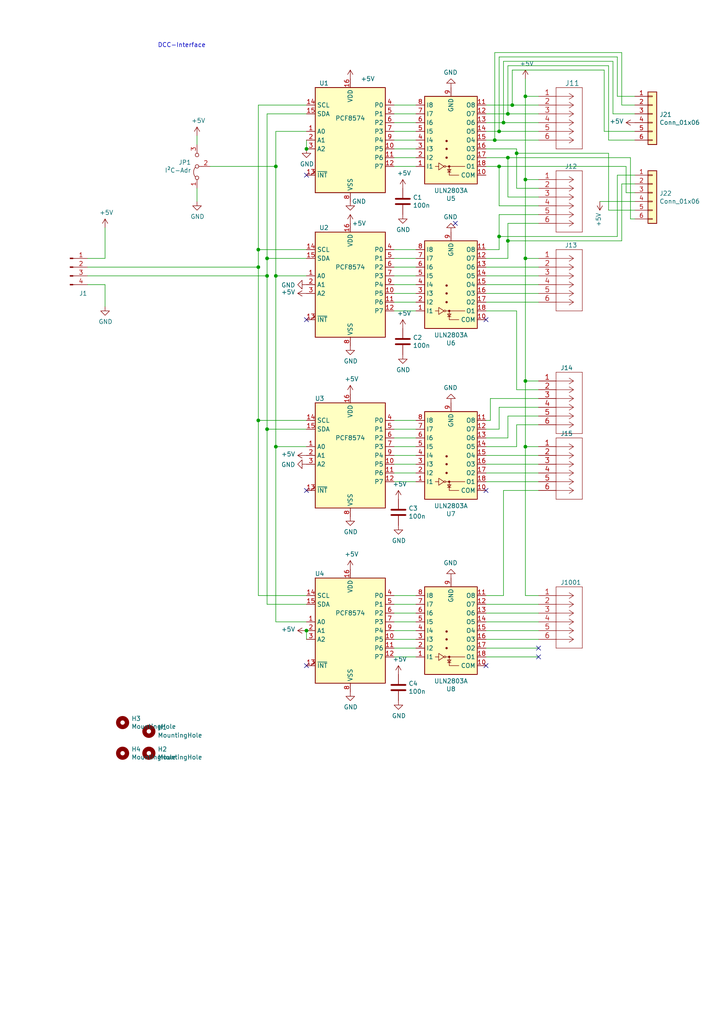
<source format=kicad_sch>
(kicad_sch (version 20211123) (generator eeschema)
  (paper "A4" portrait)
  (lib_symbols
    (symbol "Connector:Conn_01x04_Male" (pin_names (offset 1.016) hide)
      (property "Reference" "J" (at 0 5.08 0))
      (property "Value" "Conn_01x04_Male" (at 0 -7.62 0))
      (symbol "Conn_01x04_Male_1_1"
        (polyline (pts (xy 1.27 -5.08) (xy 0.8636 -5.08)) (stroke (width 0.1524)))
        (polyline (pts (xy 1.27 -2.54) (xy 0.8636 -2.54)) (stroke (width 0.1524)))
        (polyline (pts (xy 1.27 0) (xy 0.8636 0)) (stroke (width 0.1524)))
        (polyline (pts (xy 1.27 2.54) (xy 0.8636 2.54)) (stroke (width 0.1524)))
        (rectangle (start 0.8636 -4.953) (end 0 -5.207) (stroke (width 0.1524)) (fill (type outline)))
        (rectangle (start 0.8636 -2.413) (end 0 -2.667) (stroke (width 0.1524)) (fill (type outline)))
        (rectangle (start 0.8636 0.127) (end 0 -0.127) (stroke (width 0.1524)) (fill (type outline)))
        (rectangle (start 0.8636 2.667) (end 0 2.413) (stroke (width 0.1524)) (fill (type outline)))
        (pin passive line (at 5.08 2.54 180) (length 3.81) (name "Pin_1") (number "1"))
        (pin passive line (at 5.08 0 180) (length 3.81) (name "Pin_2") (number "2"))
        (pin passive line (at 5.08 -2.54 180) (length 3.81) (name "Pin_3") (number "3"))
        (pin passive line (at 5.08 -5.08 180) (length 3.81) (name "Pin_4") (number "4"))
      )
    )
    (symbol "Connector_Generic:Conn_01x06" (pin_names (offset 1.016) hide)
      (property "Reference" "J" (at 0 7.62 0))
      (property "Value" "Conn_01x06" (at 0 -10.16 0))
      (symbol "Conn_01x06_1_1"
        (rectangle (start -1.27 -7.493) (end 0 -7.747) (stroke (width 0.1524)))
        (rectangle (start -1.27 -4.953) (end 0 -5.207) (stroke (width 0.1524)))
        (rectangle (start -1.27 -2.413) (end 0 -2.667) (stroke (width 0.1524)))
        (rectangle (start -1.27 0.127) (end 0 -0.127) (stroke (width 0.1524)))
        (rectangle (start -1.27 2.667) (end 0 2.413) (stroke (width 0.1524)))
        (rectangle (start -1.27 5.207) (end 0 4.953) (stroke (width 0.1524)))
        (rectangle (start -1.27 6.35) (end 1.27 -8.89) (stroke (width 0.254)) (fill (type background)))
        (pin passive line (at -5.08 5.08 0) (length 3.81) (name "Pin_1") (number "1"))
        (pin passive line (at -5.08 2.54 0) (length 3.81) (name "Pin_2") (number "2"))
        (pin passive line (at -5.08 0 0) (length 3.81) (name "Pin_3") (number "3"))
        (pin passive line (at -5.08 -2.54 0) (length 3.81) (name "Pin_4") (number "4"))
        (pin passive line (at -5.08 -5.08 0) (length 3.81) (name "Pin_5") (number "5"))
        (pin passive line (at -5.08 -7.62 0) (length 3.81) (name "Pin_6") (number "6"))
      )
    )
    (symbol "Device:C" (pin_numbers hide) (pin_names (offset 0.254))
      (property "Reference" "C" (at 0.635 2.54 0))
      (property "Value" "C" (at 0.635 -2.54 0))
      (symbol "C_0_1"
        (polyline (pts (xy -2.032 -0.762) (xy 2.032 -0.762)) (stroke (width 0.508)))
        (polyline (pts (xy -2.032 0.762) (xy 2.032 0.762)) (stroke (width 0.508)))
      )
      (symbol "C_1_1"
        (pin passive line (at 0 3.81 270) (length 2.794) (name "~") (number "1"))
        (pin passive line (at 0 -3.81 90) (length 2.794) (name "~") (number "2"))
      )
    )
    (symbol "Interface_Expansion:PCF8574"
      (property "Reference" "U" (at -8.89 16.51 0))
      (property "Value" "PCF8574" (at 2.54 16.51 0))
      (symbol "PCF8574_0_1"
        (rectangle (start -10.16 15.24) (end 10.16 -15.24) (stroke (width 0.254)) (fill (type background)))
      )
      (symbol "PCF8574_1_1"
        (pin input line (at -12.7 2.54 0) (length 2.54) (name "A0") (number "1"))
        (pin bidirectional line (at 12.7 -2.54 180) (length 2.54) (name "P5") (number "10"))
        (pin bidirectional line (at 12.7 -5.08 180) (length 2.54) (name "P6") (number "11"))
        (pin bidirectional line (at 12.7 -7.62 180) (length 2.54) (name "P7") (number "12"))
        (pin open_collector output_low (at -12.7 -10.16 0) (length 2.54) (name "~{INT}") (number "13"))
        (pin input line (at -12.7 10.16 0) (length 2.54) (name "SCL") (number "14"))
        (pin bidirectional line (at -12.7 7.62 0) (length 2.54) (name "SDA") (number "15"))
        (pin power_in line (at 0 17.78 270) (length 2.54) (name "VDD") (number "16"))
        (pin input line (at -12.7 0 0) (length 2.54) (name "A1") (number "2"))
        (pin input line (at -12.7 -2.54 0) (length 2.54) (name "A2") (number "3"))
        (pin bidirectional line (at 12.7 10.16 180) (length 2.54) (name "P0") (number "4"))
        (pin bidirectional line (at 12.7 7.62 180) (length 2.54) (name "P1") (number "5"))
        (pin bidirectional line (at 12.7 5.08 180) (length 2.54) (name "P2") (number "6"))
        (pin bidirectional line (at 12.7 2.54 180) (length 2.54) (name "P3") (number "7"))
        (pin power_in line (at 0 -17.78 90) (length 2.54) (name "VSS") (number "8"))
        (pin bidirectional line (at 12.7 0 180) (length 2.54) (name "P4") (number "9"))
      )
    )
    (symbol "Jumper:Jumper_3_Bridged12" (pin_names (offset 0) hide)
      (property "Reference" "JP" (at -2.54 -2.54 0))
      (property "Value" "Jumper_3_Bridged12" (at 0 2.794 0))
      (symbol "Jumper_3_Bridged12_0_0"
        (circle (center -3.302 0) (radius 0.508))
        (circle (center 0 0) (radius 0.508))
        (circle (center 3.302 0) (radius 0.508))
      )
      (symbol "Jumper_3_Bridged12_0_1"
        (arc (start -0.254 0.508) (mid -1.651 0.9912) (end -3.048 0.508))
        (polyline (pts (xy 0 -1.27) (xy 0 -0.508)))
      )
      (symbol "Jumper_3_Bridged12_1_1"
        (pin passive line (at -6.35 0 0) (length 2.54) (name "A") (number "1"))
        (pin input line (at 0 -3.81 90) (length 2.54) (name "C") (number "2"))
        (pin passive line (at 6.35 0 180) (length 2.54) (name "B") (number "3"))
      )
    )
    (symbol "Mechanical:MountingHole" (pin_names (offset 1.016))
      (property "Reference" "H" (at 0 5.08 0))
      (property "Value" "MountingHole" (at 0 3.175 0))
      (symbol "MountingHole_0_1"
        (circle (center 0 0) (radius 1.27) (stroke (width 1.27)))
      )
    )
    (symbol "Transistor_Array:ULN2803A"
      (property "Reference" "U" (at 0 13.335 0))
      (property "Value" "ULN2803A" (at 0 11.43 0))
      (symbol "ULN2803A_0_1"
        (rectangle (start -7.62 -15.24) (end 7.62 10.16) (stroke (width 0.254)) (fill (type background)))
        (circle (center -1.778 5.08) (radius 0.254))
        (circle (center -1.27 -2.286) (radius 0.254) (fill (type outline)))
        (circle (center -1.27 0) (radius 0.254) (fill (type outline)))
        (circle (center -1.27 2.54) (radius 0.254) (fill (type outline)))
        (circle (center -0.508 5.08) (radius 0.254) (fill (type outline)))
        (polyline (pts (xy -4.572 5.08) (xy -3.556 5.08)))
        (polyline (pts (xy -1.524 5.08) (xy 4.064 5.08)))
        (polyline (pts (xy 0 6.731) (xy -1.016 6.731)))
        (polyline (pts (xy -0.508 5.08) (xy -0.508 7.62) (xy 2.286 7.62)))
        (polyline (pts (xy -3.556 6.096) (xy -3.556 4.064) (xy -2.032 5.08) (xy -3.556 6.096)))
        (polyline (pts (xy 0 5.969) (xy -1.016 5.969) (xy -0.508 6.731) (xy 0 5.969)))
      )
      (symbol "ULN2803A_1_1"
        (pin input line (at -10.16 5.08 0) (length 2.54) (name "I1") (number "1"))
        (pin passive line (at 10.16 7.62 180) (length 2.54) (name "COM") (number "10"))
        (pin open_collector line (at 10.16 -12.7 180) (length 2.54) (name "O8") (number "11"))
        (pin open_collector line (at 10.16 -10.16 180) (length 2.54) (name "O7") (number "12"))
        (pin open_collector line (at 10.16 -7.62 180) (length 2.54) (name "O6") (number "13"))
        (pin open_collector line (at 10.16 -5.08 180) (length 2.54) (name "O5") (number "14"))
        (pin open_collector line (at 10.16 -2.54 180) (length 2.54) (name "O4") (number "15"))
        (pin open_collector line (at 10.16 0 180) (length 2.54) (name "O3") (number "16"))
        (pin open_collector line (at 10.16 2.54 180) (length 2.54) (name "O2") (number "17"))
        (pin open_collector line (at 10.16 5.08 180) (length 2.54) (name "O1") (number "18"))
        (pin input line (at -10.16 2.54 0) (length 2.54) (name "I2") (number "2"))
        (pin input line (at -10.16 0 0) (length 2.54) (name "I3") (number "3"))
        (pin input line (at -10.16 -2.54 0) (length 2.54) (name "I4") (number "4"))
        (pin input line (at -10.16 -5.08 0) (length 2.54) (name "I5") (number "5"))
        (pin input line (at -10.16 -7.62 0) (length 2.54) (name "I6") (number "6"))
        (pin input line (at -10.16 -10.16 0) (length 2.54) (name "I7") (number "7"))
        (pin input line (at -10.16 -12.7 0) (length 2.54) (name "I8") (number "8"))
        (pin power_in line (at 0 -17.78 90) (length 2.54) (name "GND") (number "9"))
      )
    )
    (symbol "Wago:250-1406" (pin_names (offset 0.254) hide)
      (property "Reference" "J" (at 8.89 6.35 0))
      (property "Value" "Wago_250-1406" (at 10.16 -5.08 0))
      (symbol "250-1406_1_1"
        (polyline (pts (xy 5.08 -15.24) (xy 12.7 -15.24)) (stroke (width 0.127)))
        (polyline (pts (xy 5.08 2.54) (xy 5.08 -15.24)) (stroke (width 0.127)))
        (polyline (pts (xy 10.16 -12.7) (xy 5.08 -12.7)) (stroke (width 0.127)))
        (polyline (pts (xy 10.16 -12.7) (xy 8.89 -13.5382)) (stroke (width 0.127)))
        (polyline (pts (xy 10.16 -12.7) (xy 8.89 -11.8618)) (stroke (width 0.127)))
        (polyline (pts (xy 10.16 -10.16) (xy 5.08 -10.16)) (stroke (width 0.127)))
        (polyline (pts (xy 10.16 -10.16) (xy 8.89 -10.9982)) (stroke (width 0.127)))
        (polyline (pts (xy 10.16 -10.16) (xy 8.89 -9.3218)) (stroke (width 0.127)))
        (polyline (pts (xy 10.16 -7.62) (xy 5.08 -7.62)) (stroke (width 0.127)))
        (polyline (pts (xy 10.16 -7.62) (xy 8.89 -8.4582)) (stroke (width 0.127)))
        (polyline (pts (xy 10.16 -7.62) (xy 8.89 -6.7818)) (stroke (width 0.127)))
        (polyline (pts (xy 10.16 -5.08) (xy 5.08 -5.08)) (stroke (width 0.127)))
        (polyline (pts (xy 10.16 -5.08) (xy 8.89 -5.9182)) (stroke (width 0.127)))
        (polyline (pts (xy 10.16 -5.08) (xy 8.89 -4.2418)) (stroke (width 0.127)))
        (polyline (pts (xy 10.16 -2.54) (xy 5.08 -2.54)) (stroke (width 0.127)))
        (polyline (pts (xy 10.16 -2.54) (xy 8.89 -3.3782)) (stroke (width 0.127)))
        (polyline (pts (xy 10.16 -2.54) (xy 8.89 -1.7018)) (stroke (width 0.127)))
        (polyline (pts (xy 10.16 0) (xy 5.08 0)) (stroke (width 0.127)))
        (polyline (pts (xy 10.16 0) (xy 8.89 -0.8382)) (stroke (width 0.127)))
        (polyline (pts (xy 10.16 0) (xy 8.89 0.8382)) (stroke (width 0.127)))
        (polyline (pts (xy 12.7 -15.24) (xy 12.7 2.54)) (stroke (width 0.127)))
        (polyline (pts (xy 12.7 2.54) (xy 5.08 2.54)) (stroke (width 0.127)))
        (pin unspecified line (at 0 0 0) (length 5.08) (name "1") (number "1"))
        (pin unspecified line (at 0 -2.54 0) (length 5.08) (name "2") (number "2"))
        (pin unspecified line (at 0 -5.08 0) (length 5.08) (name "3") (number "3"))
        (pin unspecified line (at 0 -7.62 0) (length 5.08) (name "4") (number "4"))
        (pin unspecified line (at 0 -10.16 0) (length 5.08) (name "5") (number "5"))
        (pin unspecified line (at 0 -12.7 0) (length 5.08) (name "6") (number "6"))
      )
    )
    (symbol "power:+5V" (power) (pin_names (offset 0))
      (property "Value" "+5V" (at 0 3.556 0))
      (symbol "+5V_0_1"
        (polyline (pts (xy -0.762 1.27) (xy 0 2.54)))
        (polyline (pts (xy 0 0) (xy 0 2.54)))
        (polyline (pts (xy 0 2.54) (xy 0.762 1.27)))
      )
      (symbol "+5V_1_1"
        (pin power_in line (at 0 0 90) (length 0) hide (name "+5V") (number "1"))
      )
    )
    (symbol "power:GND" (power) (pin_names (offset 0))
      (property "Value" "GND" (at 0 -3.81 0))
      (symbol "GND_0_1"
        (polyline (pts (xy 0 0) (xy 0 -1.27) (xy 1.27 -1.27) (xy 0 -2.54) (xy -1.27 -1.27) (xy 0 -1.27)))
      )
      (symbol "GND_1_1"
        (pin power_in line (at 0 0 270) (length 0) hide (name "GND") (number "1"))
      )
    )
  )
  (junction (at 80.01 80.01))
  (junction (at 149.86 44.45))
  (junction (at 152.4 27.94))
  (junction (at 146.05 35.56))
  (junction (at 88.9 43.18))
  (junction (at 148.59 30.48))
  (junction (at 144.78 68.58))
  (junction (at 152.4 110.49))
  (junction (at 77.47 74.93))
  (junction (at 143.51 40.64))
  (junction (at 152.4 52.07))
  (junction (at 147.32 69.85))
  (junction (at 80.01 129.54))
  (junction (at 74.93 72.39))
  (junction (at 152.4 74.93))
  (junction (at 144.78 48.26))
  (junction (at 80.01 48.26))
  (junction (at 74.93 121.92))
  (junction (at 77.47 80.01))
  (junction (at 144.78 38.1))
  (junction (at 77.47 124.46))
  (junction (at 74.93 77.47))
  (junction (at 147.32 45.72))
  (junction (at 152.4 129.54))
  (junction (at 147.32 33.02))
  (junction (at 88.9 182.88))
  (no_connect (at 140.97 92.71))
  (no_connect (at 156.21 187.96))
  (no_connect (at 88.9 193.04))
  (no_connect (at 140.97 142.24))
  (no_connect (at 132.08 64.77))
  (no_connect (at 88.9 142.24))
  (no_connect (at 88.9 92.71))
  (no_connect (at 156.21 190.5))
  (no_connect (at 88.9 50.8))
  (no_connect (at 140.97 193.04))
  (wire (pts (xy 146.05 17.78) (xy 177.8 17.78)))
  (wire (pts (xy 146.05 35.56) (xy 146.05 17.78)))
  (wire (pts (xy 152.4 74.93) (xy 152.4 110.49)))
  (wire (pts (xy 140.97 187.96) (xy 156.21 187.96)))
  (wire (pts (xy 144.78 16.51) (xy 179.07 16.51)))
  (wire (pts (xy 176.53 44.45) (xy 149.86 44.45)))
  (wire (pts (xy 114.3 33.02) (xy 120.65 33.02)))
  (wire (pts (xy 120.65 134.62) (xy 114.3 134.62)))
  (wire (pts (xy 114.3 80.01) (xy 120.65 80.01)))
  (wire (pts (xy 140.97 177.8) (xy 156.21 177.8)))
  (wire (pts (xy 88.9 33.02) (xy 77.47 33.02)))
  (wire (pts (xy 146.05 142.24) (xy 156.21 142.24)))
  (wire (pts (xy 144.78 118.11) (xy 156.21 118.11)))
  (wire (pts (xy 143.51 15.24) (xy 180.34 15.24)))
  (wire (pts (xy 144.78 68.58) (xy 144.78 72.39)))
  (wire (pts (xy 144.78 59.69) (xy 156.21 59.69)))
  (wire (pts (xy 152.4 129.54) (xy 156.21 129.54)))
  (wire (pts (xy 152.4 27.94) (xy 152.4 52.07)))
  (wire (pts (xy 57.15 54.61) (xy 57.15 58.42)))
  (wire (pts (xy 88.9 185.42) (xy 88.9 182.88)))
  (wire (pts (xy 152.4 110.49) (xy 156.21 110.49)))
  (wire (pts (xy 30.48 74.93) (xy 30.48 66.04)))
  (wire (pts (xy 140.97 87.63) (xy 156.21 87.63)))
  (wire (pts (xy 80.01 80.01) (xy 80.01 129.54)))
  (wire (pts (xy 140.97 38.1) (xy 144.78 38.1)))
  (wire (pts (xy 180.34 69.85) (xy 180.34 53.34)))
  (wire (pts (xy 120.65 124.46) (xy 114.3 124.46)))
  (wire (pts (xy 149.86 54.61) (xy 156.21 54.61)))
  (wire (pts (xy 184.15 50.8) (xy 179.07 50.8)))
  (wire (pts (xy 149.86 129.54) (xy 149.86 123.19)))
  (wire (pts (xy 152.4 129.54) (xy 152.4 172.72)))
  (wire (pts (xy 149.86 113.03) (xy 156.21 113.03)))
  (wire (pts (xy 120.65 187.96) (xy 114.3 187.96)))
  (wire (pts (xy 140.97 134.62) (xy 156.21 134.62)))
  (wire (pts (xy 184.15 58.42) (xy 173.99 58.42)))
  (wire (pts (xy 179.07 16.51) (xy 179.07 27.94)))
  (wire (pts (xy 146.05 172.72) (xy 146.05 142.24)))
  (wire (pts (xy 144.78 38.1) (xy 144.78 16.51)))
  (wire (pts (xy 140.97 132.08) (xy 156.21 132.08)))
  (wire (pts (xy 182.88 45.72) (xy 147.32 45.72)))
  (wire (pts (xy 77.47 74.93) (xy 77.47 80.01)))
  (wire (pts (xy 147.32 64.77) (xy 147.32 69.85)))
  (wire (pts (xy 114.3 77.47) (xy 120.65 77.47)))
  (wire (pts (xy 120.65 137.16) (xy 114.3 137.16)))
  (wire (pts (xy 80.01 180.34) (xy 88.9 180.34)))
  (wire (pts (xy 147.32 33.02) (xy 147.32 19.05)))
  (wire (pts (xy 179.07 50.8) (xy 179.07 68.58)))
  (wire (pts (xy 148.59 20.32) (xy 175.26 20.32)))
  (wire (pts (xy 88.9 80.01) (xy 80.01 80.01)))
  (wire (pts (xy 175.26 20.32) (xy 175.26 38.1)))
  (wire (pts (xy 114.3 48.26) (xy 120.65 48.26)))
  (wire (pts (xy 60.96 48.26) (xy 80.01 48.26)))
  (wire (pts (xy 149.86 43.18) (xy 149.86 44.45)))
  (wire (pts (xy 120.65 129.54) (xy 114.3 129.54)))
  (wire (pts (xy 25.4 82.55) (xy 30.48 82.55)))
  (wire (pts (xy 140.97 82.55) (xy 156.21 82.55)))
  (wire (pts (xy 88.9 38.1) (xy 80.01 38.1)))
  (wire (pts (xy 140.97 129.54) (xy 149.86 129.54)))
  (wire (pts (xy 156.21 62.23) (xy 144.78 62.23)))
  (wire (pts (xy 140.97 85.09) (xy 156.21 85.09)))
  (wire (pts (xy 74.93 30.48) (xy 74.93 72.39)))
  (wire (pts (xy 176.53 19.05) (xy 176.53 40.64)))
  (wire (pts (xy 77.47 175.26) (xy 88.9 175.26)))
  (wire (pts (xy 147.32 19.05) (xy 176.53 19.05)))
  (wire (pts (xy 114.3 87.63) (xy 120.65 87.63)))
  (wire (pts (xy 88.9 40.64) (xy 88.9 43.18)))
  (wire (pts (xy 142.24 121.92) (xy 142.24 115.57)))
  (wire (pts (xy 120.65 121.92) (xy 114.3 121.92)))
  (wire (pts (xy 114.3 85.09) (xy 120.65 85.09)))
  (wire (pts (xy 147.32 127) (xy 147.32 120.65)))
  (wire (pts (xy 80.01 129.54) (xy 88.9 129.54)))
  (wire (pts (xy 147.32 45.72) (xy 147.32 57.15)))
  (wire (pts (xy 152.4 52.07) (xy 152.4 74.93)))
  (wire (pts (xy 114.3 43.18) (xy 120.65 43.18)))
  (wire (pts (xy 156.21 64.77) (xy 147.32 64.77)))
  (wire (pts (xy 114.3 45.72) (xy 120.65 45.72)))
  (wire (pts (xy 156.21 27.94) (xy 152.4 27.94)))
  (wire (pts (xy 114.3 35.56) (xy 120.65 35.56)))
  (wire (pts (xy 182.88 45.72) (xy 182.88 63.5)))
  (wire (pts (xy 143.51 40.64) (xy 143.51 15.24)))
  (wire (pts (xy 74.93 121.92) (xy 74.93 172.72)))
  (wire (pts (xy 88.9 121.92) (xy 74.93 121.92)))
  (wire (pts (xy 181.61 48.26) (xy 144.78 48.26)))
  (wire (pts (xy 114.3 127) (xy 120.65 127)))
  (wire (pts (xy 140.97 77.47) (xy 156.21 77.47)))
  (wire (pts (xy 114.3 132.08) (xy 120.65 132.08)))
  (wire (pts (xy 142.24 115.57) (xy 156.21 115.57)))
  (wire (pts (xy 144.78 124.46) (xy 144.78 118.11)))
  (wire (pts (xy 140.97 139.7) (xy 156.21 139.7)))
  (wire (pts (xy 176.53 44.45) (xy 176.53 60.96)))
  (wire (pts (xy 114.3 74.93) (xy 120.65 74.93)))
  (wire (pts (xy 88.9 72.39) (xy 74.93 72.39)))
  (wire (pts (xy 140.97 80.01) (xy 156.21 80.01)))
  (wire (pts (xy 152.4 172.72) (xy 156.21 172.72)))
  (wire (pts (xy 120.65 185.42) (xy 114.3 185.42)))
  (wire (pts (xy 30.48 82.55) (xy 30.48 88.9)))
  (wire (pts (xy 80.01 48.26) (xy 80.01 80.01)))
  (wire (pts (xy 176.53 60.96) (xy 184.15 60.96)))
  (wire (pts (xy 140.97 43.18) (xy 149.86 43.18)))
  (wire (pts (xy 143.51 40.64) (xy 156.21 40.64)))
  (wire (pts (xy 140.97 45.72) (xy 147.32 45.72)))
  (wire (pts (xy 180.34 15.24) (xy 180.34 30.48)))
  (wire (pts (xy 148.59 30.48) (xy 148.59 20.32)))
  (wire (pts (xy 120.65 190.5) (xy 114.3 190.5)))
  (wire (pts (xy 175.26 38.1) (xy 184.15 38.1)))
  (wire (pts (xy 184.15 55.88) (xy 181.61 55.88)))
  (wire (pts (xy 152.4 52.07) (xy 156.21 52.07)))
  (wire (pts (xy 147.32 69.85) (xy 147.32 74.93)))
  (wire (pts (xy 177.8 17.78) (xy 177.8 33.02)))
  (wire (pts (xy 140.97 121.92) (xy 142.24 121.92)))
  (wire (pts (xy 114.3 82.55) (xy 120.65 82.55)))
  (wire (pts (xy 144.78 68.58) (xy 179.07 68.58)))
  (wire (pts (xy 114.3 38.1) (xy 120.65 38.1)))
  (wire (pts (xy 140.97 30.48) (xy 148.59 30.48)))
  (wire (pts (xy 180.34 30.48) (xy 184.15 30.48)))
  (wire (pts (xy 177.8 33.02) (xy 184.15 33.02)))
  (wire (pts (xy 88.9 172.72) (xy 74.93 172.72)))
  (wire (pts (xy 25.4 74.93) (xy 30.48 74.93)))
  (wire (pts (xy 140.97 124.46) (xy 144.78 124.46)))
  (wire (pts (xy 147.32 33.02) (xy 156.21 33.02)))
  (wire (pts (xy 120.65 72.39) (xy 114.3 72.39)))
  (wire (pts (xy 140.97 35.56) (xy 146.05 35.56)))
  (wire (pts (xy 144.78 48.26) (xy 144.78 59.69)))
  (wire (pts (xy 148.59 30.48) (xy 156.21 30.48)))
  (wire (pts (xy 120.65 172.72) (xy 114.3 172.72)))
  (wire (pts (xy 140.97 90.17) (xy 149.86 90.17)))
  (wire (pts (xy 182.88 63.5) (xy 184.15 63.5)))
  (wire (pts (xy 77.47 124.46) (xy 77.47 175.26)))
  (wire (pts (xy 146.05 35.56) (xy 156.21 35.56)))
  (wire (pts (xy 77.47 74.93) (xy 88.9 74.93)))
  (wire (pts (xy 140.97 185.42) (xy 156.21 185.42)))
  (wire (pts (xy 140.97 172.72) (xy 146.05 172.72)))
  (wire (pts (xy 140.97 175.26) (xy 156.21 175.26)))
  (wire (pts (xy 144.78 38.1) (xy 156.21 38.1)))
  (wire (pts (xy 144.78 72.39) (xy 140.97 72.39)))
  (wire (pts (xy 77.47 80.01) (xy 77.47 124.46)))
  (wire (pts (xy 140.97 190.5) (xy 156.21 190.5)))
  (wire (pts (xy 149.86 123.19) (xy 156.21 123.19)))
  (wire (pts (xy 57.15 41.91) (xy 57.15 39.37)))
  (wire (pts (xy 120.65 180.34) (xy 114.3 180.34)))
  (wire (pts (xy 114.3 182.88) (xy 120.65 182.88)))
  (wire (pts (xy 144.78 62.23) (xy 144.78 68.58)))
  (wire (pts (xy 147.32 120.65) (xy 156.21 120.65)))
  (wire (pts (xy 140.97 127) (xy 147.32 127)))
  (wire (pts (xy 179.07 27.94) (xy 184.15 27.94)))
  (wire (pts (xy 152.4 22.86) (xy 152.4 27.94)))
  (wire (pts (xy 74.93 77.47) (xy 74.93 121.92)))
  (wire (pts (xy 114.3 90.17) (xy 120.65 90.17)))
  (wire (pts (xy 147.32 57.15) (xy 156.21 57.15)))
  (wire (pts (xy 120.65 139.7) (xy 114.3 139.7)))
  (wire (pts (xy 149.86 90.17) (xy 149.86 113.03)))
  (wire (pts (xy 25.4 77.47) (xy 74.93 77.47)))
  (wire (pts (xy 74.93 72.39) (xy 74.93 77.47)))
  (wire (pts (xy 80.01 129.54) (xy 80.01 180.34)))
  (wire (pts (xy 80.01 38.1) (xy 80.01 48.26)))
  (wire (pts (xy 149.86 44.45) (xy 149.86 54.61)))
  (wire (pts (xy 144.78 48.26) (xy 140.97 48.26)))
  (wire (pts (xy 176.53 40.64) (xy 184.15 40.64)))
  (wire (pts (xy 180.34 53.34) (xy 184.15 53.34)))
  (wire (pts (xy 140.97 180.34) (xy 156.21 180.34)))
  (wire (pts (xy 147.32 74.93) (xy 140.97 74.93)))
  (wire (pts (xy 152.4 74.93) (xy 156.21 74.93)))
  (wire (pts (xy 74.93 30.48) (xy 88.9 30.48)))
  (wire (pts (xy 181.61 55.88) (xy 181.61 48.26)))
  (wire (pts (xy 140.97 33.02) (xy 147.32 33.02)))
  (wire (pts (xy 77.47 124.46) (xy 88.9 124.46)))
  (wire (pts (xy 114.3 40.64) (xy 120.65 40.64)))
  (wire (pts (xy 25.4 80.01) (xy 77.47 80.01)))
  (wire (pts (xy 152.4 110.49) (xy 152.4 129.54)))
  (wire (pts (xy 120.65 175.26) (xy 114.3 175.26)))
  (wire (pts (xy 114.3 177.8) (xy 120.65 177.8)))
  (wire (pts (xy 140.97 137.16) (xy 156.21 137.16)))
  (wire (pts (xy 114.3 30.48) (xy 120.65 30.48)))
  (wire (pts (xy 140.97 182.88) (xy 156.21 182.88)))
  (wire (pts (xy 147.32 69.85) (xy 180.34 69.85)))
  (wire (pts (xy 140.97 40.64) (xy 143.51 40.64)))
  (wire (pts (xy 77.47 33.02) (xy 77.47 74.93)))
  (text "DCC-Interface" (at 45.72 13.97 0) (effects (font (size 1.27 1.27)) (justify left bottom)))
  (symbol (lib_id "Interface_Expansion:PCF8574") (at 101.6 40.64 0) (unit 1)
    (property "Reference" "U1" (at 93.98 24.13 0))
    (property "Value" "PCF8574" (at 101.6 34.29 0))
    (property "Footprint" "Package_DIP:DIP-16_W7.62mm" (effects hide))
    (property "Datasheet" "http://www.nxp.com/documents/data_sheet/PCF8574_PCF8574A.pdf" (effects hide))
  )
  (symbol (lib_id "Interface_Expansion:PCF8574") (at 101.6 82.55 0) (unit 1)
    (property "Reference" "U2" (at 93.98 66.04 0))
    (property "Value" "PCF8574" (at 101.6 77.47 0))
    (property "Footprint" "Package_DIP:DIP-16_W7.62mm" (effects hide))
    (property "Datasheet" "http://www.nxp.com/documents/data_sheet/PCF8574_PCF8574A.pdf" (effects hide))
  )
  (symbol (lib_id "Transistor_Array:ULN2803A") (at 130.81 43.18 0) (mirror x) (unit 1)
    (property "Reference" "U5" (at 130.81 57.5818 0))
    (property "Value" "ULN2803A" (at 130.81 55.2704 0))
    (property "Footprint" "Package_DIP:DIP-18_W7.62mm" (effects hide))
    (property "Datasheet" "http://www.ti.com/lit/ds/symlink/uln2803a.pdf" (effects hide))
  )
  (symbol (lib_id "Transistor_Array:ULN2803A") (at 130.81 85.09 0) (mirror x) (unit 1)
    (property "Reference" "U6" (at 130.81 99.4918 0))
    (property "Value" "ULN2803A" (at 130.81 97.1804 0))
    (property "Footprint" "Package_DIP:DIP-18_W7.62mm" (effects hide))
    (property "Datasheet" "http://www.ti.com/lit/ds/symlink/uln2803a.pdf" (effects hide))
  )
  (symbol (lib_id "power:GND") (at 101.6 58.42 0) (unit 1)
    (property "Reference" "#PWR01029" (effects hide))
    (property "Value" "GND" (at 104.14 58.42 0))
  )
  (symbol (lib_id "power:GND") (at 101.6 100.33 0) (unit 1)
    (property "Reference" "#PWR01031" (effects hide))
    (property "Value" "GND" (at 101.727 104.7242 0))
  )
  (symbol (lib_id "power:+5V") (at 101.6 22.86 0) (unit 1)
    (property "Reference" "#PWR01028" (effects hide))
    (property "Value" "+5V" (at 106.68 22.86 0))
  )
  (symbol (lib_id "power:+5V") (at 101.6 64.77 0) (unit 1)
    (property "Reference" "#PWR01030" (effects hide))
    (property "Value" "+5V" (at 104.14 64.77 0))
  )
  (symbol (lib_id "power:GND") (at 130.81 25.4 180) (unit 1)
    (property "Reference" "#PWR01042" (effects hide))
    (property "Value" "GND" (at 130.683 21.0058 0))
  )
  (symbol (lib_id "power:GND") (at 130.81 67.31 180) (unit 1)
    (property "Reference" "#PWR01040" (effects hide))
    (property "Value" "GND" (at 130.683 62.9158 0))
  )
  (symbol (lib_id "power:GND") (at 88.9 43.18 0) (unit 1)
    (property "Reference" "#PWR01022" (effects hide))
    (property "Value" "GND" (at 89.027 47.5742 0))
  )
  (symbol (lib_id "Transistor_Array:ULN2803A") (at 130.81 134.62 0) (mirror x) (unit 1)
    (property "Reference" "U7" (at 130.81 149.0218 0))
    (property "Value" "ULN2803A" (at 130.81 146.7104 0))
    (property "Footprint" "Package_DIP:DIP-18_W7.62mm" (effects hide))
    (property "Datasheet" "http://www.ti.com/lit/ds/symlink/uln2803a.pdf" (effects hide))
  )
  (symbol (lib_id "Interface_Expansion:PCF8574") (at 101.6 132.08 0) (unit 1)
    (property "Reference" "U3" (at 92.71 115.57 0))
    (property "Value" "PCF8574" (at 101.6 127 0))
    (property "Footprint" "Package_DIP:DIP-16_W7.62mm" (effects hide))
    (property "Datasheet" "http://www.nxp.com/documents/data_sheet/PCF8574_PCF8574A.pdf" (effects hide))
  )
  (symbol (lib_id "power:GND") (at 101.6 149.86 0) (unit 1)
    (property "Reference" "#PWR01033" (effects hide))
    (property "Value" "GND" (at 101.727 154.2542 0))
  )
  (symbol (lib_id "power:+5V") (at 101.6 114.3 0) (unit 1)
    (property "Reference" "#PWR01032" (effects hide))
    (property "Value" "+5V" (at 101.981 109.9058 0))
  )
  (symbol (lib_id "power:GND") (at 130.81 116.84 180) (unit 1)
    (property "Reference" "#PWR01041" (effects hide))
    (property "Value" "GND" (at 130.683 112.4458 0))
  )
  (symbol (lib_id "power:GND") (at 88.9 82.55 270) (unit 1)
    (property "Reference" "#PWR01023" (effects hide))
    (property "Value" "GND" (at 85.6488 82.677 90) (effects (justify right)))
  )
  (symbol (lib_id "power:+5V") (at 88.9 85.09 90) (unit 1)
    (property "Reference" "#PWR01024" (effects hide))
    (property "Value" "+5V" (at 85.6488 84.709 90) (effects (justify left)))
  )
  (symbol (lib_id "power:GND") (at 88.9 134.62 270) (unit 1)
    (property "Reference" "#PWR01027" (effects hide))
    (property "Value" "GND" (at 85.6488 134.747 90) (effects (justify right)))
  )
  (symbol (lib_id "power:+5V") (at 88.9 132.08 90) (unit 1)
    (property "Reference" "#PWR01026" (effects hide))
    (property "Value" "+5V" (at 85.6488 131.699 90) (effects (justify left)))
  )
  (symbol (lib_id "Device:C") (at 116.84 58.42 0) (unit 1)
    (property "Reference" "C1" (at 119.761 57.2516 0) (effects (justify left)))
    (property "Value" "100n" (at 119.761 59.563 0) (effects (justify left)))
    (property "Footprint" "Capacitors_THT:C_Disc_D7.0mm_W2.5mm_P5.00mm" (effects hide))
  )
  (symbol (lib_id "power:+5V") (at 116.84 54.61 0) (unit 1)
    (property "Reference" "#PWR01036" (effects hide))
    (property "Value" "+5V" (at 117.221 50.2158 0))
  )
  (symbol (lib_id "power:GND") (at 116.84 62.23 0) (unit 1)
    (property "Reference" "#PWR01037" (effects hide))
    (property "Value" "GND" (at 116.967 66.6242 0))
  )
  (symbol (lib_id "Device:C") (at 116.84 99.06 0) (unit 1)
    (property "Reference" "C2" (at 119.761 97.8916 0) (effects (justify left)))
    (property "Value" "100n" (at 119.761 100.203 0) (effects (justify left)))
    (property "Footprint" "Capacitors_THT:C_Disc_D7.0mm_W2.5mm_P5.00mm" (effects hide))
  )
  (symbol (lib_id "power:+5V") (at 116.84 95.25 0) (unit 1)
    (property "Reference" "#PWR01038" (effects hide))
    (property "Value" "+5V" (at 117.221 90.8558 0))
  )
  (symbol (lib_id "power:GND") (at 116.84 102.87 0) (unit 1)
    (property "Reference" "#PWR01039" (effects hide))
    (property "Value" "GND" (at 116.967 107.2642 0))
  )
  (symbol (lib_id "Device:C") (at 115.57 148.59 0) (unit 1)
    (property "Reference" "C3" (at 118.491 147.4216 0) (effects (justify left)))
    (property "Value" "100n" (at 118.491 149.733 0) (effects (justify left)))
    (property "Footprint" "Capacitors_THT:C_Disc_D7.0mm_W2.5mm_P5.00mm" (effects hide))
  )
  (symbol (lib_id "power:+5V") (at 115.57 144.78 0) (unit 1)
    (property "Reference" "#PWR01034" (effects hide))
    (property "Value" "+5V" (at 115.951 140.3858 0))
  )
  (symbol (lib_id "power:GND") (at 115.57 152.4 0) (unit 1)
    (property "Reference" "#PWR01035" (effects hide))
    (property "Value" "GND" (at 115.697 156.7942 0))
  )
  (symbol (lib_id "Wago:250-1406") (at 156.21 52.07 0) (unit 1)
    (property "Reference" "J12" (at 163.83 48.26 0) (effects (justify left)))
    (property "Value" "Wago 250-1406" (effects hide))
    (property "Footprint" "Wago:CONN_250-1406_WAG" (effects hide))
  )
  (symbol (lib_id "power:+5V") (at 152.4 22.86 0) (unit 1)
    (property "Reference" "#PWR01043" (effects hide))
    (property "Value" "+5V" (at 152.781 18.4658 0))
  )
  (symbol (lib_id "Wago:250-1406") (at 156.21 74.93 0) (unit 1)
    (property "Reference" "J13" (at 163.83 71.12 0) (effects (justify left)))
    (property "Value" "Wago 250-1406" (effects hide))
    (property "Footprint" "Wago:CONN_250-1406_WAG" (effects hide))
  )
  (symbol (lib_id "Wago:250-1406") (at 156.21 110.49 0) (unit 1)
    (property "Reference" "J14" (at 162.56 106.68 0) (effects (justify left)))
    (property "Value" "Wago 250-1406" (effects hide))
    (property "Footprint" "Wago:CONN_250-1406_WAG" (effects hide))
  )
  (symbol (lib_id "Wago:250-1406") (at 156.21 27.94 0) (unit 1)
    (property "Reference" "J11" (at 163.83 24.13 0) (effects (font (size 1.524 1.524)) (justify left)))
    (property "Value" "250-1406" (effects hide))
    (property "Footprint" "Wago:CONN_250-1406_WAG" (effects hide))
  )
  (symbol (lib_id "Connector:Conn_01x04_Male") (at 20.32 77.47 0) (unit 1)
    (property "Reference" "J1" (at 24.13 85.09 0))
    (property "Value" "Conn_01x04_Male" (effects hide))
    (property "Footprint" "Pin_Headers:Pin_Header_Straight_1x04_Pitch2.54mm" (effects hide))
  )
  (symbol (lib_id "power:GND") (at 30.48 88.9 0) (unit 1)
    (property "Reference" "#PWR0101" (effects hide))
    (property "Value" "GND" (at 30.607 93.2942 0))
  )
  (symbol (lib_id "power:+5V") (at 30.48 66.04 0) (unit 1)
    (property "Reference" "#PWR0102" (effects hide))
    (property "Value" "+5V" (at 30.861 61.6458 0))
  )
  (symbol (lib_id "Jumper:Jumper_3_Bridged12") (at 57.15 48.26 90) (unit 1)
    (property "Reference" "JP1" (at 55.4482 47.0916 90) (effects (justify left)))
    (property "Value" "I²C-Adr" (at 55.4482 49.403 90) (effects (justify left)))
    (property "Footprint" "Pin_Headers:Pin_Header_Straight_1x03_Pitch2.54mm" (effects hide))
  )
  (symbol (lib_id "power:+5V") (at 57.15 39.37 0) (unit 1)
    (property "Reference" "#PWR0103" (effects hide))
    (property "Value" "+5V" (at 57.531 34.9758 0))
  )
  (symbol (lib_id "power:GND") (at 57.15 58.42 0) (unit 1)
    (property "Reference" "#PWR0104" (effects hide))
    (property "Value" "GND" (at 57.277 62.8142 0))
  )
  (symbol (lib_id "Transistor_Array:ULN2803A") (at 130.81 185.42 0) (mirror x) (unit 1)
    (property "Reference" "U8" (at 130.81 199.8218 0))
    (property "Value" "ULN2803A" (at 130.81 197.5104 0))
    (property "Footprint" "Package_DIP:DIP-18_W7.62mm" (effects hide))
    (property "Datasheet" "http://www.ti.com/lit/ds/symlink/uln2803a.pdf" (effects hide))
  )
  (symbol (lib_id "power:GND") (at 101.6 200.66 0) (unit 1)
    (property "Reference" "#PWR0105" (effects hide))
    (property "Value" "GND" (at 101.727 205.0542 0))
  )
  (symbol (lib_id "power:+5V") (at 101.6 165.1 0) (unit 1)
    (property "Reference" "#PWR0106" (effects hide))
    (property "Value" "+5V" (at 101.981 160.7058 0))
  )
  (symbol (lib_id "power:GND") (at 130.81 167.64 180) (unit 1)
    (property "Reference" "#PWR0107" (effects hide))
    (property "Value" "GND" (at 130.683 163.2458 0))
  )
  (symbol (lib_id "Interface_Expansion:PCF8574") (at 101.6 182.88 0) (unit 1)
    (property "Reference" "U4" (at 92.71 166.37 0))
    (property "Value" "PCF8574" (at 101.6 177.8 0))
    (property "Footprint" "Package_DIP:DIP-16_W7.62mm" (effects hide))
    (property "Datasheet" "http://www.nxp.com/documents/data_sheet/PCF8574_PCF8574A.pdf" (effects hide))
  )
  (symbol (lib_id "Device:C") (at 115.57 199.39 0) (unit 1)
    (property "Reference" "C4" (at 118.491 198.2216 0) (effects (justify left)))
    (property "Value" "100n" (at 118.491 200.533 0) (effects (justify left)))
    (property "Footprint" "Capacitors_THT:C_Disc_D7.0mm_W2.5mm_P5.00mm" (effects hide))
  )
  (symbol (lib_id "power:+5V") (at 115.57 195.58 0) (unit 1)
    (property "Reference" "#PWR0108" (effects hide))
    (property "Value" "+5V" (at 115.951 191.1858 0))
  )
  (symbol (lib_id "power:GND") (at 115.57 203.2 0) (unit 1)
    (property "Reference" "#PWR0109" (effects hide))
    (property "Value" "GND" (at 115.697 207.5942 0))
  )
  (symbol (lib_id "power:+5V") (at 88.9 182.88 90) (unit 1)
    (property "Reference" "#PWR0110" (effects hide))
    (property "Value" "+5V" (at 85.6488 182.499 90) (effects (justify left)))
  )
  (symbol (lib_id "Wago:250-1406") (at 156.21 172.72 0) (unit 1)
    (property "Reference" "J1001" (at 162.56 168.91 0) (effects (justify left)))
    (property "Value" "Wago 250-1406" (effects hide))
    (property "Footprint" "Wago:CONN_250-1406_WAG" (effects hide))
  )
  (symbol (lib_id "power:+5V") (at 184.15 35.56 90) (unit 1)
    (property "Reference" "#PWR?" (effects hide))
    (property "Value" "+5V" (at 180.8988 35.179 90) (effects (justify left)))
  )
  (symbol (lib_id "Connector_Generic:Conn_01x06") (at 189.23 55.88 0) (unit 1)
    (property "Reference" "J22" (at 191.262 56.0832 0) (effects (justify left)))
    (property "Value" "Conn_01x06" (at 191.262 58.3946 0) (effects (justify left)))
    (property "Footprint" "Connectors_IDC:IDC-Header_2x03_P2.54mm_Vertical" (effects hide))
  )
  (symbol (lib_id "power:+5V") (at 173.99 58.42 180) (unit 1)
    (property "Reference" "#PWR?" (effects hide))
    (property "Value" "+5V" (at 173.609 61.6712 90) (effects (justify left)))
  )
  (symbol (lib_id "Connector_Generic:Conn_01x06") (at 189.23 33.02 0) (unit 1)
    (property "Reference" "J21" (at 191.262 33.2232 0) (effects (justify left)))
    (property "Value" "Conn_01x06" (at 191.262 35.5346 0) (effects (justify left)))
    (property "Footprint" "Connectors_IDC:IDC-Header_2x03_P2.54mm_Vertical" (effects hide))
  )
  (symbol (lib_id "Wago:250-1406") (at 156.21 129.54 0) (unit 1)
    (property "Reference" "J15" (at 162.56 125.73 0) (effects (justify left)))
    (property "Value" "Wago 250-1406" (effects hide))
    (property "Footprint" "Wago:CONN_250-1406_WAG" (effects hide))
  )
  (symbol (lib_id "Mechanical:MountingHole") (at 43.18 212.09 0) (unit 1)
    (property "Reference" "H1" (at 45.72 210.9216 0) (effects (justify left)))
    (property "Value" "MountingHole" (at 45.72 213.233 0) (effects (justify left)))
    (property "Footprint" "Mounting_Holes:MountingHole_3.2mm_M3" (effects hide))
  )
  (symbol (lib_id "Mechanical:MountingHole") (at 43.18 218.44 0) (unit 1)
    (property "Reference" "H2" (at 45.72 217.2716 0) (effects (justify left)))
    (property "Value" "MountingHole" (at 45.72 219.583 0) (effects (justify left)))
    (property "Footprint" "Mounting_Holes:MountingHole_3.2mm_M3" (effects hide))
  )
  (symbol (lib_id "Mechanical:MountingHole") (at 35.56 218.44 0) (unit 1)
    (property "Reference" "H4" (at 38.1 217.2716 0) (effects (justify left)))
    (property "Value" "MountingHole" (at 38.1 219.583 0) (effects (justify left)))
    (property "Footprint" "Mounting_Holes:MountingHole_3.2mm_M3" (effects hide))
  )
  (symbol (lib_id "Mechanical:MountingHole") (at 35.56 209.55 0) (unit 1)
    (property "Reference" "H3" (at 38.1 208.3816 0) (effects (justify left)))
    (property "Value" "MountingHole" (at 38.1 210.693 0) (effects (justify left)))
    (property "Footprint" "Mounting_Holes:MountingHole_3.2mm_M3" (effects hide))
  )
)
</source>
